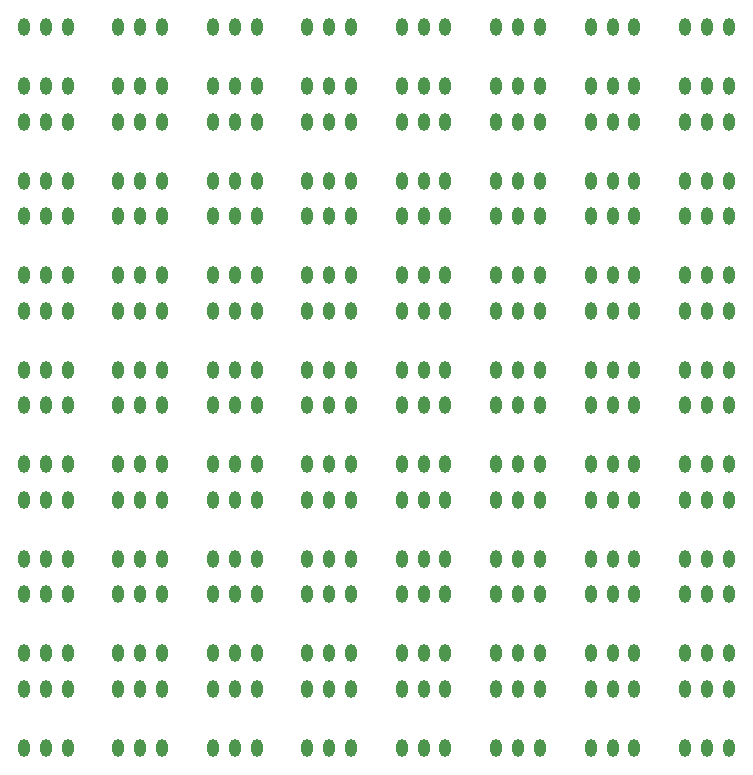
<source format=gtp>
G04 DipTrace 2.4.0.2*
%IN64xAPA102Crigid.gtp*%
%MOMM*%
%ADD26O,1.0X1.5*%
%FSLAX53Y53*%
G04*
G71*
G90*
G75*
G01*
%LNTopPaste*%
%LPD*%
D26*
X18158Y15508D3*
X20008D3*
X21858D3*
Y20508D3*
X20008D3*
X18158D3*
Y23508D3*
X20008D3*
X21858D3*
Y28508D3*
X20008D3*
X18158D3*
Y31508D3*
X20008D3*
X21858D3*
Y36508D3*
X20008D3*
X18158D3*
Y39508D3*
X20008D3*
X21858D3*
Y44508D3*
X20008D3*
X18158D3*
Y47508D3*
X20008D3*
X21858D3*
Y52508D3*
X20008D3*
X18158D3*
Y55508D3*
X20008D3*
X21858D3*
Y60508D3*
X20008D3*
X18158D3*
Y63508D3*
X20008D3*
X21858D3*
Y68508D3*
X20008D3*
X18158D3*
Y71508D3*
X20008D3*
X21858D3*
Y76508D3*
X20008D3*
X18158D3*
X29858D3*
X28008D3*
X26158D3*
Y71508D3*
X28008D3*
X29858D3*
Y68508D3*
X28008D3*
X26158D3*
Y63508D3*
X28008D3*
X29858D3*
Y60508D3*
X28008D3*
X26158D3*
Y55508D3*
X28008D3*
X29858D3*
Y52508D3*
X28008D3*
X26158D3*
Y47508D3*
X28008D3*
X29858D3*
Y44508D3*
X28008D3*
X26158D3*
Y39508D3*
X28008D3*
X29858D3*
Y36508D3*
X28008D3*
X26158D3*
Y31508D3*
X28008D3*
X29858D3*
Y28508D3*
X28008D3*
X26158D3*
Y23508D3*
X28008D3*
X29858D3*
Y20508D3*
X28008D3*
X26158D3*
Y15508D3*
X28008D3*
X29858D3*
X34158D3*
X36008D3*
X37858D3*
Y20508D3*
X36008D3*
X34158D3*
Y23508D3*
X36008D3*
X37858D3*
Y28508D3*
X36008D3*
X34158D3*
Y31508D3*
X36008D3*
X37858D3*
Y36508D3*
X36008D3*
X34158D3*
Y39508D3*
X36008D3*
X37858D3*
Y44508D3*
X36008D3*
X34158D3*
Y47508D3*
X36008D3*
X37858D3*
Y52508D3*
X36008D3*
X34158D3*
Y55508D3*
X36008D3*
X37858D3*
Y60508D3*
X36008D3*
X34158D3*
Y63508D3*
X36008D3*
X37858D3*
Y68508D3*
X36008D3*
X34158D3*
Y71508D3*
X36008D3*
X37858D3*
Y76508D3*
X36008D3*
X34158D3*
X45858D3*
X44008D3*
X42158D3*
Y71508D3*
X44008D3*
X45858D3*
Y68508D3*
X44008D3*
X42158D3*
Y63508D3*
X44008D3*
X45858D3*
Y60508D3*
X44008D3*
X42158D3*
Y55508D3*
X44008D3*
X45858D3*
Y52508D3*
X44008D3*
X42158D3*
Y47508D3*
X44008D3*
X45858D3*
Y44508D3*
X44008D3*
X42158D3*
Y39508D3*
X44008D3*
X45858D3*
Y36508D3*
X44008D3*
X42158D3*
Y31508D3*
X44008D3*
X45858D3*
Y28508D3*
X44008D3*
X42158D3*
Y23508D3*
X44008D3*
X45858D3*
Y20508D3*
X44008D3*
X42158D3*
Y15508D3*
X44008D3*
X45858D3*
X50158D3*
X52008D3*
X53858D3*
Y20508D3*
X52008D3*
X50158D3*
Y23508D3*
X52008D3*
X53858D3*
Y28508D3*
X52008D3*
X50158D3*
Y31508D3*
X52008D3*
X53858D3*
Y36508D3*
X52008D3*
X50158D3*
Y39508D3*
X52008D3*
X53858D3*
Y44508D3*
X52008D3*
X50158D3*
Y47508D3*
X52008D3*
X53858D3*
Y52508D3*
X52008D3*
X50158D3*
Y55508D3*
X52008D3*
X53858D3*
Y60508D3*
X52008D3*
X50158D3*
Y63508D3*
X52008D3*
X53858D3*
Y68508D3*
X52008D3*
X50158D3*
Y71508D3*
X52008D3*
X53858D3*
Y76508D3*
X52008D3*
X50158D3*
X61858D3*
X60008D3*
X58158D3*
Y71508D3*
X60008D3*
X61858D3*
Y68508D3*
X60008D3*
X58158D3*
Y63508D3*
X60008D3*
X61858D3*
Y60508D3*
X60008D3*
X58158D3*
Y55508D3*
X60008D3*
X61858D3*
Y52508D3*
X60008D3*
X58158D3*
Y47508D3*
X60008D3*
X61858D3*
Y44508D3*
X60008D3*
X58158D3*
Y39508D3*
X60008D3*
X61858D3*
Y36508D3*
X60008D3*
X58158D3*
Y31508D3*
X60008D3*
X61858D3*
Y28508D3*
X60008D3*
X58158D3*
Y23508D3*
X60008D3*
X61858D3*
Y20508D3*
X60008D3*
X58158D3*
Y15508D3*
X60008D3*
X61858D3*
X66158D3*
X68008D3*
X69858D3*
Y20508D3*
X68008D3*
X66158D3*
Y23508D3*
X68008D3*
X69858D3*
Y28508D3*
X68008D3*
X66158D3*
Y31508D3*
X68008D3*
X69858D3*
Y36508D3*
X68008D3*
X66158D3*
Y39508D3*
X68008D3*
X69858D3*
Y44508D3*
X68008D3*
X66158D3*
Y47508D3*
X68008D3*
X69858D3*
Y52508D3*
X68008D3*
X66158D3*
Y55508D3*
X68008D3*
X69858D3*
Y60508D3*
X68008D3*
X66158D3*
Y63508D3*
X68008D3*
X69858D3*
Y68508D3*
X68008D3*
X66158D3*
Y71508D3*
X68008D3*
X69858D3*
Y76508D3*
X68008D3*
X66158D3*
X77858D3*
X76008D3*
X74158D3*
Y71508D3*
X76008D3*
X77858D3*
Y68508D3*
X76008D3*
X74158D3*
Y63508D3*
X76008D3*
X77858D3*
Y60508D3*
X76008D3*
X74158D3*
Y55508D3*
X76008D3*
X77858D3*
Y52508D3*
X76008D3*
X74158D3*
Y47508D3*
X76008D3*
X77858D3*
Y44508D3*
X76008D3*
X74158D3*
Y39508D3*
X76008D3*
X77858D3*
Y36508D3*
X76008D3*
X74158D3*
Y31508D3*
X76008D3*
X77858D3*
Y28508D3*
X76008D3*
X74158D3*
Y23508D3*
X76008D3*
X77858D3*
Y20508D3*
X76008D3*
X74158D3*
Y15508D3*
X76008D3*
X77858D3*
M02*

</source>
